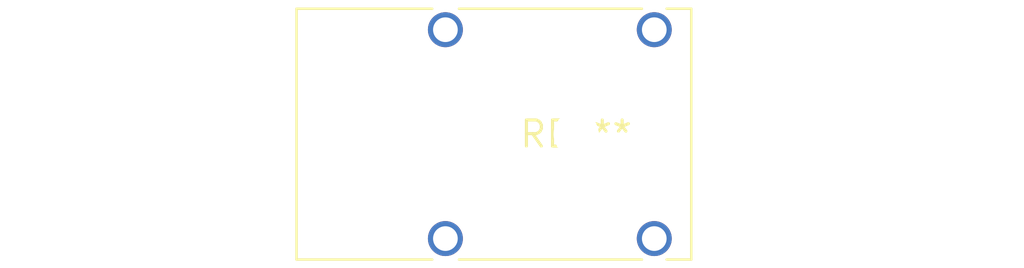
<source format=kicad_pcb>
(kicad_pcb (version 20240108) (generator pcbnew)
  (layers (0 "F.Cu" signal) (31 "B.Cu" signal) (34 "B.Paste" user) (35 "F.Paste" user) (36 "B.SilkS" user "B.Silkscreen") (37 "F.SilkS" user "F.Silkscreen") (38 "B.Mask" user) (39 "F.Mask" user) (44 "Edge.Cuts" user))
  (net 0 "")
  (footprint "Banana_Cliff_FCR7350B_S16N-PC_Horizontal" (layer "F.Cu") (at 0 0)
    (property "Reference" "REF**")
    (property "Value" "Banana_Cliff_FCR7350B_S16N-PC_Horizontal")
    (fp_line (start -13.6 -6.1) (end -13.6 6.1) (layer "F.SilkS") (stroke (width 0.12)))
    (fp_line (start -13.6 6.1) (end -7 6.1) (layer "F.SilkS") (stroke (width 0.12)))
    (fp_line (start -7 -6.1) (end -13.6 -6.1) (layer "F.SilkS") (stroke (width 0.12)))
    (fp_line (start -5.7 6.1) (end 3.2 6.1) (layer "F.SilkS") (stroke (width 0.12)))
    (fp_line (start 3.2 -6.1) (end -5.7 -6.1) (layer "F.SilkS") (stroke (width 0.12)))
    (fp_line (start 4.4 6.1) (end 5.6 6.1) (layer "F.SilkS") (stroke (width 0.12)))
    (fp_line (start 5.6 -6.1) (end 4.4 -6.1) (layer "F.SilkS") (stroke (width 0.12)))
    (fp_line (start 5.6 6.1) (end 5.6 -6.1) (layer "F.SilkS") (stroke (width 0.12)))
    (pad "" np_thru_hole circle (at -6.36 -5.08) (size 1.7 1.7) (drill 1.2) (layers F&B.Cu *.Mask))
    (pad "" np_thru_hole circle (at -6.36 5.08) (size 1.7 1.7) (drill 1.2) (layers F&B.Cu *.Mask))
    (pad "" np_thru_hole circle (at 3.8 -5.08) (size 1.7 1.7) (drill 1.2) (layers F&B.Cu *.Mask))
    (pad "" np_thru_hole circle (at 3.8 5.08) (size 1.7 1.7) (drill 1.2) (layers F&B.Cu *.Mask))
    (pad "1" thru_hole circle (at 0 0) (size 3.5 3.5) (drill 2.2) (layers *.Cu *.Mask) (remove_unused_layers))
  )
)
</source>
